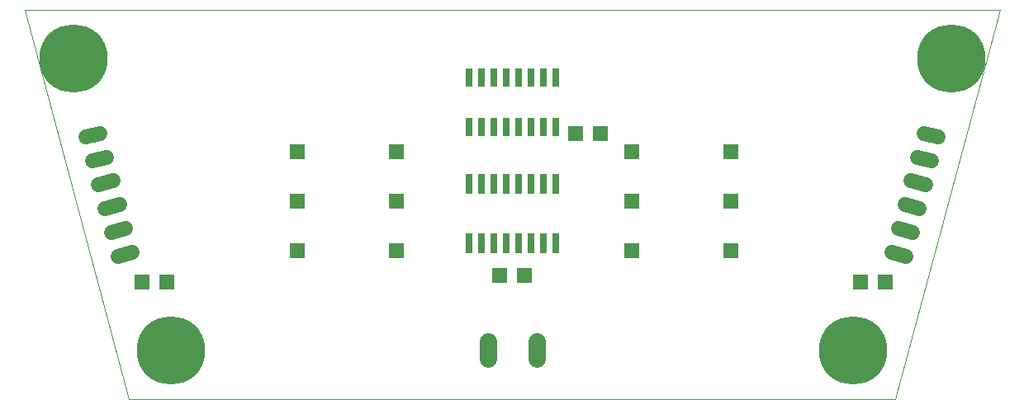
<source format=gbs>
G75*
%MOIN*%
%OFA0B0*%
%FSLAX24Y24*%
%IPPOS*%
%LPD*%
%AMOC8*
5,1,8,0,0,1.08239X$1,22.5*
%
%ADD10C,0.0000*%
%ADD11R,0.0250X0.0750*%
%ADD12C,0.0705*%
%ADD13R,0.0260X0.0800*%
%ADD14R,0.0591X0.0591*%
%ADD15C,0.0600*%
%ADD16C,0.2756*%
D10*
X015374Y006799D02*
X011142Y022547D01*
X050512Y022547D01*
X046280Y006799D01*
X015374Y006799D01*
D11*
X029077Y017799D03*
X029577Y017799D03*
X030077Y017799D03*
X030577Y017799D03*
X031077Y017799D03*
X031577Y017799D03*
X032077Y017799D03*
X032577Y017799D03*
X032577Y019799D03*
X032077Y019799D03*
X031577Y019799D03*
X031077Y019799D03*
X030577Y019799D03*
X030077Y019799D03*
X029577Y019799D03*
X029077Y019799D03*
D12*
X029843Y009151D02*
X029843Y008446D01*
X031811Y008446D02*
X031811Y009151D01*
D13*
X031577Y013089D03*
X031077Y013089D03*
X030577Y013089D03*
X030077Y013089D03*
X029577Y013089D03*
X029077Y013089D03*
X032077Y013089D03*
X032577Y013089D03*
X032577Y015509D03*
X032077Y015509D03*
X031577Y015509D03*
X031077Y015509D03*
X030577Y015509D03*
X030077Y015509D03*
X029577Y015509D03*
X029077Y015509D03*
D14*
X026142Y014799D03*
X026142Y016799D03*
X022142Y016799D03*
X022142Y014799D03*
X022142Y012799D03*
X026142Y012799D03*
X030327Y011799D03*
X031327Y011799D03*
X035642Y012799D03*
X035642Y014799D03*
X035642Y016799D03*
X034392Y017549D03*
X033392Y017549D03*
X039642Y016799D03*
X039642Y014799D03*
X039642Y012799D03*
X044892Y011549D03*
X045892Y011549D03*
X016892Y011549D03*
X015892Y011549D03*
D15*
X015496Y012724D02*
X014917Y012569D01*
X014658Y013535D02*
X015237Y013690D01*
X014979Y014656D02*
X014399Y014500D01*
X014140Y015466D02*
X014720Y015622D01*
X014461Y016588D02*
X013881Y016432D01*
X013623Y017398D02*
X014202Y017554D01*
X046158Y012724D02*
X046737Y012569D01*
X046996Y013535D02*
X046417Y013690D01*
X046675Y014656D02*
X047255Y014500D01*
X047514Y015466D02*
X046934Y015622D01*
X047193Y016588D02*
X047773Y016432D01*
X048032Y017398D02*
X047452Y017554D01*
D16*
X048544Y020578D03*
X044607Y008767D03*
X017048Y008767D03*
X013110Y020578D03*
M02*

</source>
